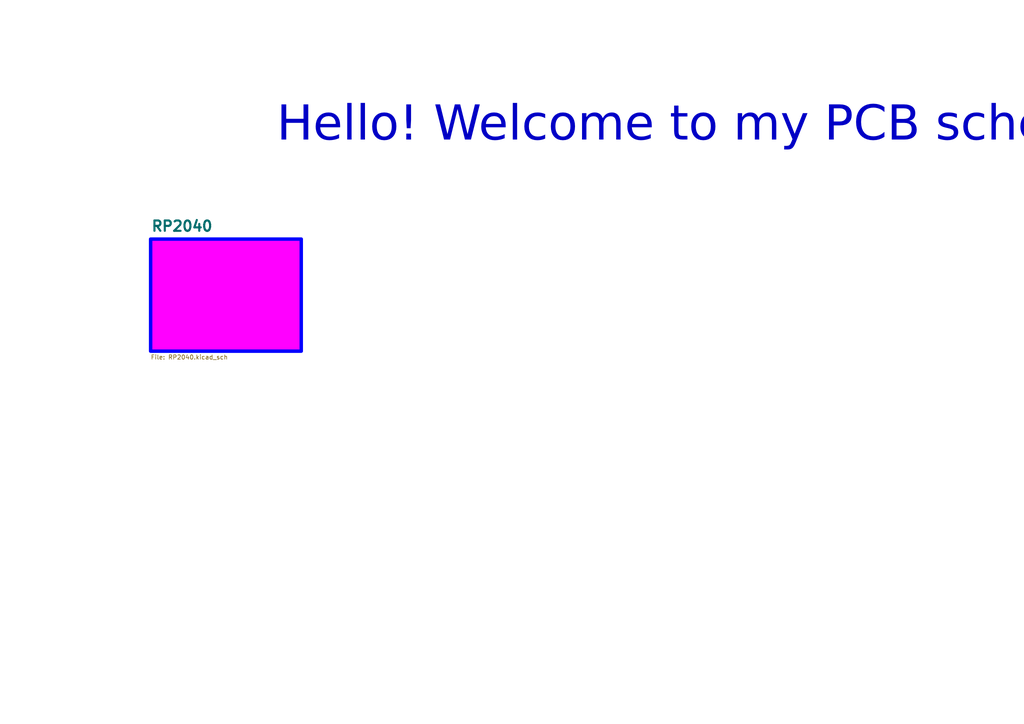
<source format=kicad_sch>
(kicad_sch (version 20230121) (generator eeschema)
  (paper "A4")
  (lib_symbols)
  (text "Hello! Welcome to my PCB schematic" (at 80.264 44.958 0) (effects (font (size 10 10)) (justify left bottom)))
  (sheet (at 43.688 69.342) (size 43.688 32.512) (stroke (width 1) (color 0 0 255 1)) (fill (color 255 0 255 1.0000))
    (property "Sheetname" "RP2040" (at 43.688 67.3416 0) (effects (font (size 3 3) bold) (justify left bottom)))
    (property "Sheetfile" "RP2040.kicad_sch" (at 43.688 102.8624 0) (effects (justify left top)))
  )
)
</source>
